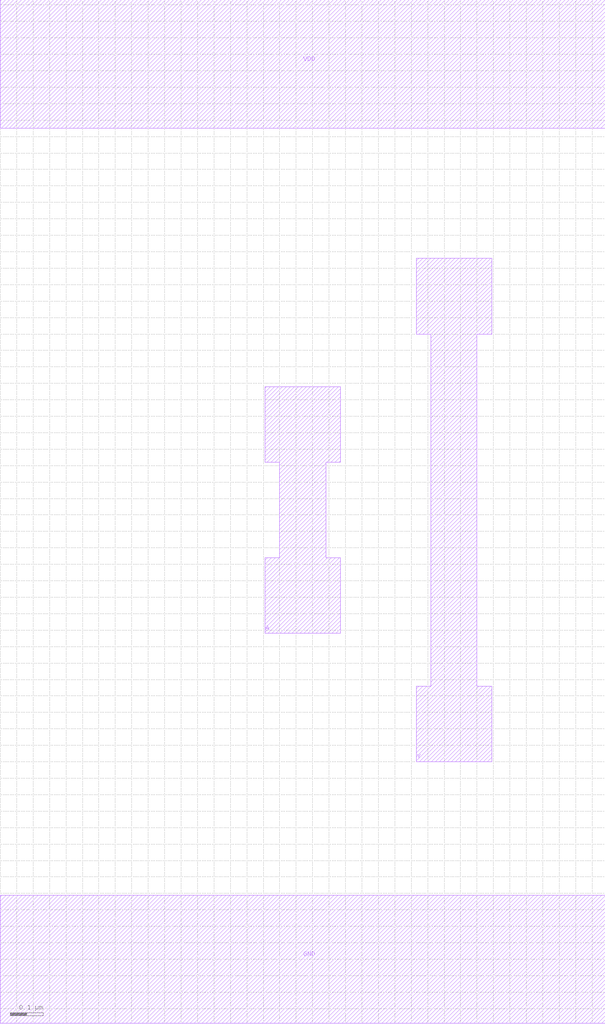
<source format=lef>
MACRO INVX1
 CLASS CORE ;
 ORIGIN 0 0 ;
 FOREIGN INVX1 0 0 ;
 SITE CORE ;
 SYMMETRY X Y R90 ;
  PIN VDD
   DIRECTION INOUT ;
   USE SIGNAL ;
   SHAPE ABUTMENT ;
    PORT
     CLASS CORE ;
       LAYER metal2 ;
        RECT 0.00000000 2.52500000 1.84000000 2.91500000 ;
    END
  END VDD

  PIN GND
   DIRECTION INOUT ;
   USE SIGNAL ;
   SHAPE ABUTMENT ;
    PORT
     CLASS CORE ;
       LAYER metal2 ;
        RECT 0.00000000 -0.19500000 1.84000000 0.19500000 ;
    END
  END GND

  PIN Y
   DIRECTION INOUT ;
   USE SIGNAL ;
   SHAPE ABUTMENT ;
    PORT
     CLASS CORE ;
       LAYER metal2 ;
        POLYGON 1.26500000 0.60000000 1.26500000 0.83000000 1.31000000 0.83000000 1.31000000 1.90000000 1.26500000 1.90000000 1.26500000 2.13000000 1.49500000 2.13000000 1.49500000 1.90000000 1.45000000 1.90000000 1.45000000 0.83000000 1.49500000 0.83000000 1.49500000 0.60000000 ;
    END
  END Y

  PIN A
   DIRECTION INOUT ;
   USE SIGNAL ;
   SHAPE ABUTMENT ;
    PORT
     CLASS CORE ;
       LAYER metal2 ;
        POLYGON 0.80500000 0.99000000 0.80500000 1.22000000 0.85000000 1.22000000 0.85000000 1.51000000 0.80500000 1.51000000 0.80500000 1.74000000 1.03500000 1.74000000 1.03500000 1.51000000 0.99000000 1.51000000 0.99000000 1.22000000 1.03500000 1.22000000 1.03500000 0.99000000 ;
    END
  END A


END INVX1

</source>
